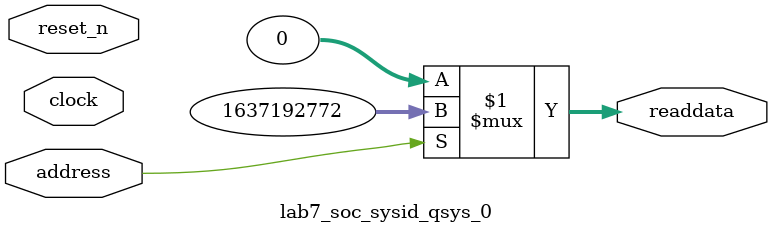
<source format=v>



// synthesis translate_off
`timescale 1ns / 1ps
// synthesis translate_on

// turn off superfluous verilog processor warnings 
// altera message_level Level1 
// altera message_off 10034 10035 10036 10037 10230 10240 10030 

module lab7_soc_sysid_qsys_0 (
               // inputs:
                address,
                clock,
                reset_n,

               // outputs:
                readdata
             )
;

  output  [ 31: 0] readdata;
  input            address;
  input            clock;
  input            reset_n;

  wire    [ 31: 0] readdata;
  //control_slave, which is an e_avalon_slave
  assign readdata = address ? 1637192772 : 0;

endmodule



</source>
